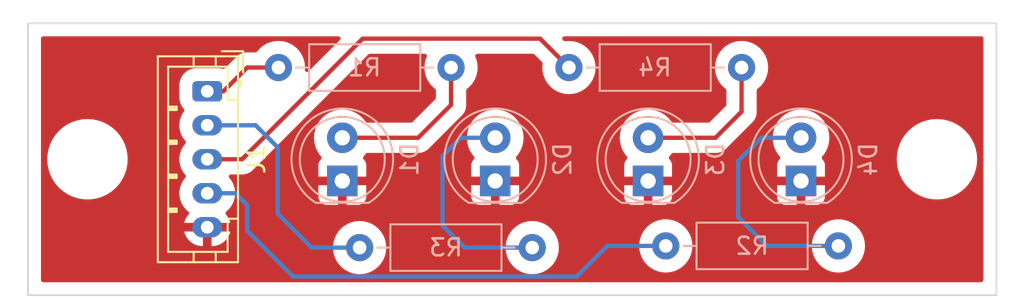
<source format=kicad_pcb>
(kicad_pcb (version 20211014) (generator pcbnew)
  (layers (0 "F.Cu" signal) (31 "B.Cu" signal) (34 "B.Paste" user) (35 "F.Paste" user) (36 "B.SilkS" user "B.Silkscreen") (37 "F.SilkS" user "F.Silkscreen") (38 "B.Mask" user) (39 "F.Mask" user) (44 "Edge.Cuts" user))
  (net 0 "")
  (net 1 "GND")
  (net 2 "Net-(D1-Pad2)")
  (net 3 "Net-(D2-Pad2)")
  (net 4 "Net-(D3-Pad2)")
  (net 5 "/RED_LED")
  (net 6 "/GREEN_LED_1")
  (net 7 "/GREEN_LED_2")
  (net 8 "Net-(D4-Pad2)")
  (net 9 "/GREEN_LED_3")
  (footprint "Connector_JST:JST_PH_B5B-PH-K_1x05_P2.00mm_Vertical" (layer "F.Cu") (at 10.55 4 -90)
    (fp_text reference "J1" (at 4 -2.9 -90) (layer "F.SilkS"))
    (fp_text value "Conn_01x05")
    (fp_line (start 7.5 -1.2) (end 7.5 -1.81) (layer "F.SilkS") (width 0.12))
    (fp_line (start -2.06 0.8) (end -1.45 0.8) (layer "F.SilkS") (width 0.12))
    (fp_line (start 7.1 1.8) (end 7.1 2.3) (layer "F.SilkS") (width 0.12))
    (fp_line (start 1.1 1.8) (end 1.1 2.3) (layer "F.SilkS") (width 0.12))
    (fp_line (start 5 2.3) (end 5 1.8) (layer "F.SilkS") (width 0.12))
    (fp_line (start -0.3 -2.01) (end -0.6 -2.01) (layer "F.SilkS") (width 0.12))
    (fp_line (start 10.06 0.8) (end 9.45 0.8) (layer "F.SilkS") (width 0.12))
    (fp_line (start 6.9 1.8) (end 7.1 1.8) (layer "F.SilkS") (width 0.12))
    (fp_line (start 10.06 -0.5) (end 9.45 -0.5) (layer "F.SilkS") (width 0.12))
    (fp_line (start -2.06 -0.5) (end -1.45 -0.5) (layer "F.SilkS") (width 0.12))
    (fp_line (start 5.1 1.8) (end 5.1 2.3) (layer "F.SilkS") (width 0.12))
    (fp_line (start 3 2.3) (end 3 1.8) (layer "F.SilkS") (width 0.12))
    (fp_line (start 9.45 -1.2) (end 7.5 -1.2) (layer "F.SilkS") (width 0.12))
    (fp_line (start -0.3 -1.91) (end -0.6 -1.91) (layer "F.SilkS") (width 0.12))
    (fp_line (start 4.9 2.3) (end 4.9 1.8) (layer "F.SilkS") (width 0.12))
    (fp_line (start 0.9 2.3) (end 0.9 1.8) (layer "F.SilkS") (width 0.12))
    (fp_line (start 6.9 2.3) (end 6.9 1.8) (layer "F.SilkS") (width 0.12))
    (fp_line (start 1 2.3) (end 1 1.8) (layer "F.SilkS") (width 0.12))
    (fp_line (start 0.5 -1.2) (end -1.45 -1.2) (layer "F.SilkS") (width 0.12))
    (fp_line (start 10.06 -1.81) (end -2.06 -1.81) (layer "F.SilkS") (width 0.12))
    (fp_line (start -2.36 -2.11) (end -2.36 -0.86) (layer "F.SilkS") (width 0.12))
    (fp_line (start 9.45 2.3) (end 9.45 -1.2) (layer "F.SilkS") (width 0.12))
    (fp_line (start 7 2.3) (end 7 1.8) (layer "F.SilkS") (width 0.12))
    (fp_line (start -0.3 -1.81) (end -0.3 -2.01) (layer "F.SilkS") (width 0.12))
    (fp_line (start 2.9 1.8) (end 3.1 1.8) (layer "F.SilkS") (width 0.12))
    (fp_line (start -2.06 -1.81) (end -2.06 2.91) (layer "F.SilkS") (width 0.12))
    (fp_line (start 3.1 1.8) (end 3.1 2.3) (layer "F.SilkS") (width 0.12))
    (fp_line (start -1.11 -2.11) (end -2.36 -2.11) (layer "F.SilkS") (width 0.12))
    (fp_line (start -1.45 2.3) (end 9.45 2.3) (layer "F.SilkS") (width 0.12))
    (fp_line (start 4.9 1.8) (end 5.1 1.8) (layer "F.SilkS") (width 0.12))
    (fp_line (start 0.9 1.8) (end 1.1 1.8) (layer "F.SilkS") (width 0.12))
    (fp_line (start -2.06 2.91) (end 10.06 2.91) (layer "F.SilkS") (width 0.12))
    (fp_line (start 2.9 2.3) (end 2.9 1.8) (layer "F.SilkS") (width 0.12))
    (fp_line (start 10.06 2.91) (end 10.06 -1.81) (layer "F.SilkS") (width 0.12))
    (fp_line (start -1.45 -1.2) (end -1.45 2.3) (layer "F.SilkS") (width 0.12))
    (fp_line (start 0.5 -1.81) (end 0.5 -1.2) (layer "F.SilkS") (width 0.12))
    (fp_line (start -0.6 -2.01) (end -0.6 -1.81) (layer "F.SilkS") (width 0.12))
    (pad "1" thru_hole roundrect (at 0 0 270) (size 1.2 1.75) (drill 0.75) (layers *.Cu *.Mask) (roundrect_rratio 0.208333) (net 5 "/RED_LED"))
    (pad "2" thru_hole oval (at 2 0 270) (size 1.2 1.75) (drill 0.75) (layers *.Cu *.Mask) (net 6 "/GREEN_LED_1"))
    (pad "3" thru_hole oval (at 4 0 270) (size 1.2 1.75) (drill 0.75) (layers *.Cu *.Mask) (net 7 "/GREEN_LED_2"))
    (pad "4" thru_hole oval (at 6 0 270) (size 1.2 1.75) (drill 0.75) (layers *.Cu *.Mask) (net 9 "/GREEN_LED_3"))
    (pad "5" thru_hole oval (at 8 0 270) (size 1.2 1.75) (drill 0.75) (layers *.Cu *.Mask) (net 1 "GND"))
  )
  (footprint "MountingHole:MountingHole_3.2mm_M3" (layer "F.Cu") (at 53.5 8)
    (fp_text reference "H2" (at 0 0) (layer "F.SilkS"))
    (fp_text value "MountingHole")
    (pad "" np_thru_hole circle (at 0 0) (size 3.2 3.2) (drill 3.2) (layers *.Cu *.Mask))
  )
  (footprint "MountingHole:MountingHole_3.2mm_M3" (layer "F.Cu") (at 3.5 8)
    (fp_text reference "H1" (at 0 0) (layer "F.SilkS"))
    (fp_text value "MountingHole")
    (pad "" np_thru_hole circle (at 0 0) (size 3.2 3.2) (drill 3.2) (layers *.Cu *.Mask))
  )
  (footprint "Resistor_THT:R_Axial_DIN0207_L6.3mm_D2.5mm_P10.16mm_Horizontal" (layer "B.Cu") (at 29.68 13.2 180)
    (fp_text reference "R3" (at 5.08 0) (layer "B.SilkS") (effects (justify mirror)))
    (fp_text value "330R")
    (fp_line (start 1.81 -1.37) (end 8.35 -1.37) (layer "B.SilkS") (width 0.12))
    (fp_line (start 1.81 1.37) (end 1.81 -1.37) (layer "B.SilkS") (width 0.12))
    (fp_line (start 8.35 1.37) (end 1.81 1.37) (layer "B.SilkS") (width 0.12))
    (fp_line (start 8.35 -1.37) (end 8.35 1.37) (layer "B.SilkS") (width 0.12))
    (fp_line (start 9.12 0) (end 8.35 0) (layer "B.SilkS") (width 0.12))
    (fp_line (start 1.04 0) (end 1.81 0) (layer "B.SilkS") (width 0.12))
    (pad "1" thru_hole circle (at 0 0 180) (size 1.6 1.6) (drill 0.8) (layers *.Cu *.Mask) (net 3 "Net-(D2-Pad2)"))
    (pad "2" thru_hole oval (at 10.16 0 180) (size 1.6 1.6) (drill 0.8) (layers *.Cu *.Mask) (net 6 "/GREEN_LED_1"))
  )
  (footprint "LED_THT:LED_D5.0mm" (layer "B.Cu") (at 36.5 9.275 90)
    (fp_text reference "D3" (at 1.27 3.96 90) (layer "B.SilkS") (effects (justify mirror)))
    (fp_text value "LED")
    (fp_line (start -1.29 1.545) (end -1.29 -1.545) (layer "B.SilkS") (width 0.12))
    (fp_arc (start 4.26 -0.000462) (mid 2.072002 2.880433) (end -1.29 1.54483) (layer "B.SilkS") (width 0.12))
    (fp_arc (start -1.29 -1.54483) (mid 2.072002 -2.880433) (end 4.26 0.000462) (layer "B.SilkS") (width 0.12))
    (fp_circle (center 1.27 0) (end 3.77 0) (layer "B.SilkS") (width 0.12) (fill none))
    (pad "1" thru_hole rect (at 0 0 90) (size 1.8 1.8) (drill 0.9) (layers *.Cu *.Mask) (net 1 "GND"))
    (pad "2" thru_hole circle (at 2.54 0 90) (size 1.8 1.8) (drill 0.9) (layers *.Cu *.Mask) (net 4 "Net-(D3-Pad2)"))
  )
  (footprint "Resistor_THT:R_Axial_DIN0207_L6.3mm_D2.5mm_P10.16mm_Horizontal" (layer "B.Cu") (at 47.7 13.1 180)
    (fp_text reference "R2" (at 5.08 0) (layer "B.SilkS") (effects (justify mirror)))
    (fp_text value "330R")
    (fp_line (start 9.12 0) (end 8.35 0) (layer "B.SilkS") (width 0.12))
    (fp_line (start 1.04 0) (end 1.81 0) (layer "B.SilkS") (width 0.12))
    (fp_line (start 8.35 -1.37) (end 8.35 1.37) (layer "B.SilkS") (width 0.12))
    (fp_line (start 1.81 1.37) (end 1.81 -1.37) (layer "B.SilkS") (width 0.12))
    (fp_line (start 8.35 1.37) (end 1.81 1.37) (layer "B.SilkS") (width 0.12))
    (fp_line (start 1.81 -1.37) (end 8.35 -1.37) (layer "B.SilkS") (width 0.12))
    (pad "1" thru_hole circle (at 0 0 180) (size 1.6 1.6) (drill 0.8) (layers *.Cu *.Mask) (net 8 "Net-(D4-Pad2)"))
    (pad "2" thru_hole oval (at 10.16 0 180) (size 1.6 1.6) (drill 0.8) (layers *.Cu *.Mask) (net 9 "/GREEN_LED_3"))
  )
  (footprint "LED_THT:LED_D5.0mm" (layer "B.Cu") (at 18.5 9.275 90)
    (fp_text reference "D1" (at 1.27 3.96 90) (layer "B.SilkS") (effects (justify mirror)))
    (fp_text value "LED")
    (fp_line (start -1.29 1.545) (end -1.29 -1.545) (layer "B.SilkS") (width 0.12))
    (fp_arc (start -1.29 -1.54483) (mid 2.072002 -2.880433) (end 4.26 0.000462) (layer "B.SilkS") (width 0.12))
    (fp_arc (start 4.26 -0.000462) (mid 2.072002 2.880433) (end -1.29 1.54483) (layer "B.SilkS") (width 0.12))
    (fp_circle (center 1.27 0) (end 3.77 0) (layer "B.SilkS") (width 0.12) (fill none))
    (pad "1" thru_hole rect (at 0 0 90) (size 1.8 1.8) (drill 0.9) (layers *.Cu *.Mask) (net 1 "GND"))
    (pad "2" thru_hole circle (at 2.54 0 90) (size 1.8 1.8) (drill 0.9) (layers *.Cu *.Mask) (net 2 "Net-(D1-Pad2)"))
  )
  (footprint "Resistor_THT:R_Axial_DIN0207_L6.3mm_D2.5mm_P10.16mm_Horizontal" (layer "B.Cu") (at 24.9 2.6 180)
    (fp_text reference "R1" (at 5.1 0) (layer "B.SilkS") (effects (justify mirror)))
    (fp_text value "330R")
    (fp_line (start 8.35 -1.37) (end 8.35 1.37) (layer "B.SilkS") (width 0.12))
    (fp_line (start 8.35 1.37) (end 1.81 1.37) (layer "B.SilkS") (width 0.12))
    (fp_line (start 1.81 1.37) (end 1.81 -1.37) (layer "B.SilkS") (width 0.12))
    (fp_line (start 9.12 0) (end 8.35 0) (layer "B.SilkS") (width 0.12))
    (fp_line (start 1.81 -1.37) (end 8.35 -1.37) (layer "B.SilkS") (width 0.12))
    (fp_line (start 1.04 0) (end 1.81 0) (layer "B.SilkS") (width 0.12))
    (pad "1" thru_hole circle (at 0 0 180) (size 1.6 1.6) (drill 0.8) (layers *.Cu *.Mask) (net 2 "Net-(D1-Pad2)"))
    (pad "2" thru_hole oval (at 10.16 0 180) (size 1.6 1.6) (drill 0.8) (layers *.Cu *.Mask) (net 5 "/RED_LED"))
  )
  (footprint "LED_THT:LED_D5.0mm" (layer "B.Cu") (at 45.5 9.275 90)
    (fp_text reference "D4" (at 1.27 3.96 90) (layer "B.SilkS") (effects (justify mirror)))
    (fp_text value "LED")
    (fp_line (start -1.29 1.545) (end -1.29 -1.545) (layer "B.SilkS") (width 0.12))
    (fp_arc (start -1.29 -1.54483) (mid 2.072002 -2.880433) (end 4.26 0.000462) (layer "B.SilkS") (width 0.12))
    (fp_arc (start 4.26 -0.000462) (mid 2.072002 2.880433) (end -1.29 1.54483) (layer "B.SilkS") (width 0.12))
    (fp_circle (center 1.27 0) (end 3.77 0) (layer "B.SilkS") (width 0.12) (fill none))
    (pad "1" thru_hole rect (at 0 0 90) (size 1.8 1.8) (drill 0.9) (layers *.Cu *.Mask) (net 1 "GND"))
    (pad "2" thru_hole circle (at 2.54 0 90) (size 1.8 1.8) (drill 0.9) (layers *.Cu *.Mask) (net 8 "Net-(D4-Pad2)"))
  )
  (footprint "Resistor_THT:R_Axial_DIN0207_L6.3mm_D2.5mm_P10.16mm_Horizontal" (layer "B.Cu") (at 42 2.6 180)
    (fp_text reference "R4" (at 5.1 0) (layer "B.SilkS") (effects (justify mirror)))
    (fp_text value "330R")
    (fp_line (start 1.04 0) (end 1.81 0) (layer "B.SilkS") (width 0.12))
    (fp_line (start 8.35 1.37) (end 1.81 1.37) (layer "B.SilkS") (width 0.12))
    (fp_line (start 9.12 0) (end 8.35 0) (layer "B.SilkS") (width 0.12))
    (fp_line (start 1.81 -1.37) (end 8.35 -1.37) (layer "B.SilkS") (width 0.12))
    (fp_line (start 1.81 1.37) (end 1.81 -1.37) (layer "B.SilkS") (width 0.12))
    (fp_line (start 8.35 -1.37) (end 8.35 1.37) (layer "B.SilkS") (width 0.12))
    (pad "1" thru_hole circle (at 0 0 180) (size 1.6 1.6) (drill 0.8) (layers *.Cu *.Mask) (net 4 "Net-(D3-Pad2)"))
    (pad "2" thru_hole oval (at 10.16 0 180) (size 1.6 1.6) (drill 0.8) (layers *.Cu *.Mask) (net 7 "/GREEN_LED_2"))
  )
  (footprint "LED_THT:LED_D5.0mm" (layer "B.Cu") (at 27.5 9.275 90)
    (fp_text reference "D2" (at 1.27 3.96 90) (layer "B.SilkS") (effects (justify mirror)))
    (fp_text value "LED")
    (fp_line (start -1.29 1.545) (end -1.29 -1.545) (layer "B.SilkS") (width 0.12))
    (fp_arc (start 4.26 -0.000462) (mid 2.072002 2.880433) (end -1.29 1.54483) (layer "B.SilkS") (width 0.12))
    (fp_arc (start -1.29 -1.54483) (mid 2.072002 -2.880433) (end 4.26 0.000462) (layer "B.SilkS") (width 0.12))
    (fp_circle (center 1.27 0) (end 3.77 0) (layer "B.SilkS") (width 0.12) (fill none))
    (pad "1" thru_hole rect (at 0 0 90) (size 1.8 1.8) (drill 0.9) (layers *.Cu *.Mask) (net 1 "GND"))
    (pad "2" thru_hole circle (at 2.54 0 90) (size 1.8 1.8) (drill 0.9) (layers *.Cu *.Mask) (net 3 "Net-(D2-Pad2)"))
  )
  (gr_line (start 57 16) (end 0 16) (layer "Edge.Cuts") (width 0.1))
  (gr_line (start 57 0) (end 57 16) (layer "Edge.Cuts") (width 0.1))
  (gr_line (start 0 16) (end 0 0) (layer "Edge.Cuts") (width 0.1))
  (gr_line (start 0 0) (end 57 0) (layer "Edge.Cuts") (width 0.1))
  (segment (start 22.965 6.735) (end 24.9 4.8) (width 0.254) (layer "F.Cu") (net 2))
  (segment (start 18.5 6.735) (end 22.965 6.735) (width 0.254) (layer "F.Cu") (net 2))
  (segment (start 24.9 4.8) (end 24.9 2.6) (width 0.254) (layer "F.Cu") (net 2))
  (segment (start 24.4 7.8) (end 25.465 6.735) (width 0.254) (layer "B.Cu") (net 3))
  (segment (start 29.68 13.2) (end 25.7 13.2) (width 0.254) (layer "B.Cu") (net 3))
  (segment (start 25.7 13.2) (end 24.4 11.9) (width 0.254) (layer "B.Cu") (net 3))
  (segment (start 24.4 11.9) (end 24.4 7.8) (width 0.254) (layer "B.Cu") (net 3))
  (segment (start 25.465 6.735) (end 27.5 6.735) (width 0.254) (layer "B.Cu") (net 3))
  (segment (start 42 5.2) (end 42 2.6) (width 0.254) (layer "F.Cu") (net 4))
  (segment (start 40.465 6.735) (end 42 5.2) (width 0.254) (layer "F.Cu") (net 4))
  (segment (start 36.5 6.735) (end 40.465 6.735) (width 0.254) (layer "F.Cu") (net 4))
  (segment (start 12.9 2.6) (end 14.74 2.6) (width 0.254) (layer "F.Cu") (net 5))
  (segment (start 11.5 4) (end 12.9 2.6) (width 0.254) (layer "F.Cu") (net 5))
  (segment (start 10.55 4) (end 11.5 4) (width 0.254) (layer "F.Cu") (net 5))
  (segment (start 13.4 6) (end 14.7 7.3) (width 0.254) (layer "B.Cu") (net 6))
  (segment (start 16.7 13.2) (end 19.52 13.2) (width 0.254) (layer "B.Cu") (net 6))
  (segment (start 14.7 7.3) (end 14.7 11.2) (width 0.254) (layer "B.Cu") (net 6))
  (segment (start 14.7 11.2) (end 16.7 13.2) (width 0.254) (layer "B.Cu") (net 6))
  (segment (start 10.55 6) (end 13.4 6) (width 0.254) (layer "B.Cu") (net 6))
  (segment (start 12.6 8) (end 19.7 0.9) (width 0.254) (layer "F.Cu") (net 7))
  (segment (start 19.7 0.9) (end 30.14 0.9) (width 0.254) (layer "F.Cu") (net 7))
  (segment (start 10.55 8) (end 12.6 8) (width 0.254) (layer "F.Cu") (net 7))
  (segment (start 30.14 0.9) (end 31.84 2.6) (width 0.254) (layer "F.Cu") (net 7))
  (segment (start 41.8 11.4) (end 43.5 13.1) (width 0.254) (layer "B.Cu") (net 8))
  (segment (start 41.8 8.1) (end 41.8 11.4) (width 0.254) (layer "B.Cu") (net 8))
  (segment (start 43.165 6.735) (end 41.8 8.1) (width 0.254) (layer "B.Cu") (net 8))
  (segment (start 45.5 6.735) (end 43.165 6.735) (width 0.254) (layer "B.Cu") (net 8))
  (segment (start 43.5 13.1) (end 47.7 13.1) (width 0.254) (layer "B.Cu") (net 8))
  (segment (start 12.9 10.7) (end 12.9 12.2) (width 0.254) (layer "B.Cu") (net 9))
  (segment (start 10.55 10) (end 12.2 10) (width 0.254) (layer "B.Cu") (net 9))
  (segment (start 12.2 10) (end 12.9 10.7) (width 0.254) (layer "B.Cu") (net 9))
  (segment (start 12.9 12.2) (end 15.6 14.9) (width 0.254) (layer "B.Cu") (net 9))
  (segment (start 34.1 13.1) (end 37.54 13.1) (width 0.254) (layer "B.Cu") (net 9))
  (segment (start 32.3 14.9) (end 34.1 13.1) (width 0.254) (layer "B.Cu") (net 9))
  (segment (start 15.6 14.9) (end 32.3 14.9) (width 0.254) (layer "B.Cu") (net 9))
  (zone (net 1) (net_name "GND") (layer "F.Cu") (connect_pads thru_hole_only (clearance 0.762)) (min_thickness 0.254) (fill yes (thermal_gap 0.508) (thermal_bridge_width 0.508))
    (polygon (pts (xy 56.6 15.6) (xy 0.4 15.6) (xy 0.4 0.4) (xy 56.6 0.4)))
  )
)
</source>
